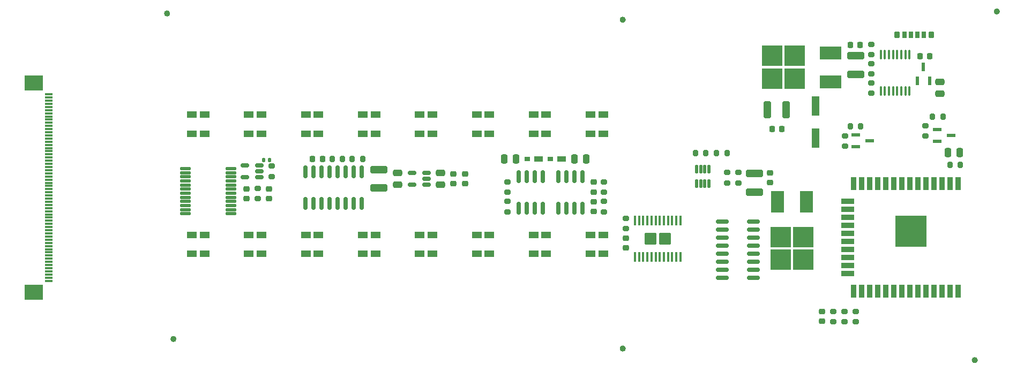
<source format=gtp>
G04 #@! TF.GenerationSoftware,KiCad,Pcbnew,(6.0.5-0)*
G04 #@! TF.CreationDate,2022-06-09T15:38:57+09:00*
G04 #@! TF.ProjectId,qLAMP-main,714c414d-502d-46d6-9169-6e2e6b696361,rev?*
G04 #@! TF.SameCoordinates,Original*
G04 #@! TF.FileFunction,Paste,Top*
G04 #@! TF.FilePolarity,Positive*
%FSLAX46Y46*%
G04 Gerber Fmt 4.6, Leading zero omitted, Abs format (unit mm)*
G04 Created by KiCad (PCBNEW (6.0.5-0)) date 2022-06-09 15:38:57*
%MOMM*%
%LPD*%
G01*
G04 APERTURE LIST*
G04 Aperture macros list*
%AMRoundRect*
0 Rectangle with rounded corners*
0 $1 Rounding radius*
0 $2 $3 $4 $5 $6 $7 $8 $9 X,Y pos of 4 corners*
0 Add a 4 corners polygon primitive as box body*
4,1,4,$2,$3,$4,$5,$6,$7,$8,$9,$2,$3,0*
0 Add four circle primitives for the rounded corners*
1,1,$1+$1,$2,$3*
1,1,$1+$1,$4,$5*
1,1,$1+$1,$6,$7*
1,1,$1+$1,$8,$9*
0 Add four rect primitives between the rounded corners*
20,1,$1+$1,$2,$3,$4,$5,0*
20,1,$1+$1,$4,$5,$6,$7,0*
20,1,$1+$1,$6,$7,$8,$9,0*
20,1,$1+$1,$8,$9,$2,$3,0*%
G04 Aperture macros list end*
%ADD10C,0.475000*%
%ADD11RoundRect,0.100000X-0.100000X0.637500X-0.100000X-0.637500X0.100000X-0.637500X0.100000X0.637500X0*%
%ADD12RoundRect,0.150000X0.512500X0.150000X-0.512500X0.150000X-0.512500X-0.150000X0.512500X-0.150000X0*%
%ADD13RoundRect,0.250000X-0.475000X0.250000X-0.475000X-0.250000X0.475000X-0.250000X0.475000X0.250000X0*%
%ADD14R,1.219200X3.098800*%
%ADD15RoundRect,0.225000X-0.250000X0.225000X-0.250000X-0.225000X0.250000X-0.225000X0.250000X0.225000X0*%
%ADD16RoundRect,0.250000X0.325000X1.100000X-0.325000X1.100000X-0.325000X-1.100000X0.325000X-1.100000X0*%
%ADD17RoundRect,0.225000X0.225000X0.250000X-0.225000X0.250000X-0.225000X-0.250000X0.225000X-0.250000X0*%
%ADD18RoundRect,0.250000X-1.100000X0.325000X-1.100000X-0.325000X1.100000X-0.325000X1.100000X0.325000X0*%
%ADD19RoundRect,0.225000X0.250000X-0.225000X0.250000X0.225000X-0.250000X0.225000X-0.250000X-0.225000X0*%
%ADD20RoundRect,0.225000X-0.225000X-0.250000X0.225000X-0.250000X0.225000X0.250000X-0.225000X0.250000X0*%
%ADD21RoundRect,0.111230X0.763770X0.111230X-0.763770X0.111230X-0.763770X-0.111230X0.763770X-0.111230X0*%
%ADD22RoundRect,0.111665X-0.111665X0.550835X-0.111665X-0.550835X0.111665X-0.550835X0.111665X0.550835X0*%
%ADD23RoundRect,0.200000X-0.275000X0.200000X-0.275000X-0.200000X0.275000X-0.200000X0.275000X0.200000X0*%
%ADD24RoundRect,0.200000X-0.200000X-0.275000X0.200000X-0.275000X0.200000X0.275000X-0.200000X0.275000X0*%
%ADD25RoundRect,0.200000X0.200000X0.275000X-0.200000X0.275000X-0.200000X-0.275000X0.200000X-0.275000X0*%
%ADD26RoundRect,0.150000X0.825000X0.150000X-0.825000X0.150000X-0.825000X-0.150000X0.825000X-0.150000X0*%
%ADD27R,1.320800X0.558800*%
%ADD28R,0.558800X1.320800*%
%ADD29RoundRect,0.250000X0.695000X-0.715000X0.695000X0.715000X-0.695000X0.715000X-0.695000X-0.715000X0*%
%ADD30RoundRect,0.100000X0.100000X-0.687500X0.100000X0.687500X-0.100000X0.687500X-0.100000X-0.687500X0*%
%ADD31RoundRect,0.250000X0.250000X0.475000X-0.250000X0.475000X-0.250000X-0.475000X0.250000X-0.475000X0*%
%ADD32RoundRect,0.250000X1.100000X-0.325000X1.100000X0.325000X-1.100000X0.325000X-1.100000X-0.325000X0*%
%ADD33R,1.600000X1.000000*%
%ADD34RoundRect,0.200000X0.275000X-0.200000X0.275000X0.200000X-0.275000X0.200000X-0.275000X-0.200000X0*%
%ADD35RoundRect,0.150000X-0.150000X0.825000X-0.150000X-0.825000X0.150000X-0.825000X0.150000X0.825000X0*%
%ADD36R,1.397000X0.889000*%
%ADD37R,0.863600X0.762000*%
%ADD38RoundRect,0.035000X0.315000X0.465000X-0.315000X0.465000X-0.315000X-0.465000X0.315000X-0.465000X0*%
%ADD39RoundRect,0.040000X0.360000X0.460000X-0.360000X0.460000X-0.360000X-0.460000X0.360000X-0.460000X0*%
%ADD40RoundRect,0.250000X0.475000X-0.250000X0.475000X0.250000X-0.475000X0.250000X-0.475000X-0.250000X0*%
%ADD41R,0.900000X2.000000*%
%ADD42R,2.000000X0.900000*%
%ADD43R,5.000000X5.000000*%
%ADD44RoundRect,0.140000X0.140000X0.170000X-0.140000X0.170000X-0.140000X-0.170000X0.140000X-0.170000X0*%
%ADD45RoundRect,0.250000X-0.250000X-0.475000X0.250000X-0.475000X0.250000X0.475000X-0.250000X0.475000X0*%
%ADD46R,3.300000X3.300000*%
%ADD47R,3.500000X2.000000*%
%ADD48R,2.000000X3.500000*%
%ADD49R,3.000000X2.400000*%
%ADD50R,1.250000X0.300000*%
G04 APERTURE END LIST*
D10*
X148473500Y-128000000D02*
G75*
G03*
X148473500Y-128000000I-237500J0D01*
G01*
X77473500Y-126500000D02*
G75*
G03*
X77473500Y-126500000I-237500J0D01*
G01*
X76473500Y-75000000D02*
G75*
G03*
X76473500Y-75000000I-237500J0D01*
G01*
X204097500Y-129840000D02*
G75*
G03*
X204097500Y-129840000I-237500J0D01*
G01*
X148473500Y-76000000D02*
G75*
G03*
X148473500Y-76000000I-237500J0D01*
G01*
X207587500Y-74695000D02*
G75*
G03*
X207587500Y-74695000I-237500J0D01*
G01*
D11*
X193553292Y-81537300D03*
X192903292Y-81537300D03*
X192253292Y-81537300D03*
X191603292Y-81537300D03*
X190953292Y-81537300D03*
X190303292Y-81537300D03*
X189653292Y-81537300D03*
X189003292Y-81537300D03*
X189003292Y-87262300D03*
X189653292Y-87262300D03*
X190303292Y-87262300D03*
X190953292Y-87262300D03*
X191603292Y-87262300D03*
X192253292Y-87262300D03*
X192903292Y-87262300D03*
X193553292Y-87262300D03*
D12*
X117237500Y-102100000D03*
X117237500Y-101150000D03*
X117237500Y-100200000D03*
X114962500Y-100200000D03*
X114962500Y-102100000D03*
D13*
X119430000Y-100200000D03*
X119430000Y-102100000D03*
D14*
X178680000Y-89627300D03*
X178680000Y-94732700D03*
D15*
X121500000Y-100375000D03*
X121500000Y-101925000D03*
D16*
X174055000Y-90250000D03*
X171105000Y-90250000D03*
D17*
X173365000Y-93260000D03*
X171815000Y-93260000D03*
D18*
X185070000Y-81655000D03*
X185070000Y-84605000D03*
D19*
X171510000Y-101785000D03*
X171510000Y-100235000D03*
D13*
X112700000Y-100200000D03*
X112700000Y-102100000D03*
D20*
X195195000Y-81780000D03*
X196745000Y-81780000D03*
D18*
X109720000Y-99675000D03*
X109720000Y-102625000D03*
D21*
X86295999Y-106695011D03*
X86295999Y-106045013D03*
X86295999Y-105395012D03*
X86295999Y-104745012D03*
X86295999Y-104095012D03*
X86295999Y-103445012D03*
X86295999Y-102795012D03*
X86295999Y-102145012D03*
X86295999Y-101495012D03*
X86295999Y-100845012D03*
X86295999Y-100195011D03*
X86295999Y-99545013D03*
X79095999Y-99545013D03*
X79095999Y-100195011D03*
X79095999Y-100845012D03*
X79095999Y-101495012D03*
X79095999Y-102145012D03*
X79095999Y-102795012D03*
X79095999Y-103445012D03*
X79095999Y-104095012D03*
X79095999Y-104745012D03*
X79095999Y-105395012D03*
X79095999Y-106045013D03*
X79095999Y-106695011D03*
D15*
X92336000Y-102725000D03*
X92336000Y-104275000D03*
X179705000Y-122161000D03*
X179705000Y-123711000D03*
D19*
X88780000Y-104275000D03*
X88780000Y-102725000D03*
D22*
X161861750Y-99600653D03*
X161211750Y-99600653D03*
X160561750Y-99600653D03*
X159911750Y-99600653D03*
X159911750Y-101875653D03*
X160561750Y-101875653D03*
X161211750Y-101875653D03*
X161861750Y-101875653D03*
D12*
X90833502Y-100910012D03*
X90833502Y-99960012D03*
X90833502Y-99010012D03*
X88558502Y-99010012D03*
X88558502Y-100910012D03*
D23*
X90558000Y-102675000D03*
X90558000Y-104325000D03*
D24*
X163061000Y-97110005D03*
X164711000Y-97110005D03*
D25*
X161381000Y-97110000D03*
X159731000Y-97110000D03*
D26*
X168886000Y-116780000D03*
X168886000Y-115510000D03*
X168886000Y-114240000D03*
X168886000Y-112970000D03*
X168886000Y-111700000D03*
X168886000Y-110430000D03*
X168886000Y-109160000D03*
X168886000Y-107890000D03*
X163936000Y-107890000D03*
X163936000Y-109160000D03*
X163936000Y-110430000D03*
X163936000Y-111700000D03*
X163936000Y-112970000D03*
X163936000Y-114240000D03*
X163936000Y-115510000D03*
X163936000Y-116780000D03*
D15*
X123300000Y-100375000D03*
X123300000Y-101925000D03*
D27*
X197927800Y-93340200D03*
X197927800Y-95219800D03*
X200112200Y-94280000D03*
X185087800Y-94180200D03*
X185087800Y-96059800D03*
X187272200Y-95120000D03*
D28*
X194820200Y-85652200D03*
X196699800Y-85652200D03*
X195760000Y-83467800D03*
D29*
X152586000Y-110630000D03*
X154926000Y-110630000D03*
D30*
X150181000Y-113492500D03*
X150831000Y-113492500D03*
X151481000Y-113492500D03*
X152131000Y-113492500D03*
X152781000Y-113492500D03*
X153431000Y-113492500D03*
X154081000Y-113492500D03*
X154731000Y-113492500D03*
X155381000Y-113492500D03*
X156031000Y-113492500D03*
X156681000Y-113492500D03*
X157331000Y-113492500D03*
X157331000Y-107767500D03*
X156681000Y-107767500D03*
X156031000Y-107767500D03*
X155381000Y-107767500D03*
X154731000Y-107767500D03*
X154081000Y-107767500D03*
X153431000Y-107767500D03*
X152781000Y-107767500D03*
X152131000Y-107767500D03*
X151481000Y-107767500D03*
X150831000Y-107767500D03*
X150181000Y-107767500D03*
D23*
X164749988Y-100175001D03*
X164749988Y-101825001D03*
D31*
X201475000Y-97020000D03*
X199575000Y-97020000D03*
D25*
X198845000Y-91305000D03*
X197195000Y-91305000D03*
X185815000Y-92860000D03*
X184165000Y-92860000D03*
D23*
X187500006Y-79896200D03*
X187500006Y-81546200D03*
X187500006Y-82944200D03*
X187500006Y-84594200D03*
X196100000Y-92745000D03*
X196100000Y-94395000D03*
X183390000Y-94365000D03*
X183390000Y-96015000D03*
X148756005Y-107394991D03*
X148756005Y-109044991D03*
D25*
X201575000Y-98940000D03*
X199925000Y-98940000D03*
D23*
X187500006Y-85992200D03*
X187500006Y-87642200D03*
D15*
X148756005Y-110515012D03*
X148756005Y-112065012D03*
D32*
X169010000Y-103295000D03*
X169010000Y-100345000D03*
D20*
X184185000Y-80010000D03*
X185735000Y-80010000D03*
D33*
X107157211Y-91002066D03*
X107157211Y-94002066D03*
D34*
X181483000Y-123761000D03*
X181483000Y-122111000D03*
D33*
X134157211Y-113001633D03*
X134157211Y-110001633D03*
D34*
X145280000Y-103284996D03*
X145280000Y-101634996D03*
D35*
X141835000Y-100825000D03*
X140565000Y-100825000D03*
X139295000Y-100825000D03*
X138025000Y-100825000D03*
X138025000Y-105775000D03*
X139295000Y-105775000D03*
X140565000Y-105775000D03*
X141835000Y-105775000D03*
D33*
X89157211Y-91002066D03*
X89157211Y-94002066D03*
D34*
X145280000Y-106365000D03*
X145280000Y-104715000D03*
D31*
X131390000Y-98040000D03*
X129490000Y-98040000D03*
D33*
X134157211Y-91002066D03*
X134157211Y-94002066D03*
D23*
X130060002Y-101634987D03*
X130060002Y-103284987D03*
D33*
X127157211Y-113001633D03*
X127157211Y-110001633D03*
X136157211Y-91002066D03*
X136157211Y-94002066D03*
X143157211Y-91002066D03*
X143157211Y-94002066D03*
X100157211Y-113001633D03*
X100157211Y-110001633D03*
D36*
X134959300Y-98040000D03*
D37*
X133194000Y-98040000D03*
D33*
X100157211Y-91002066D03*
X100157211Y-94002066D03*
D34*
X185039000Y-123761000D03*
X185039000Y-122111000D03*
D36*
X138589300Y-98040000D03*
D37*
X136824000Y-98040000D03*
D23*
X130060002Y-104714991D03*
X130060002Y-106364991D03*
D35*
X135615000Y-100855000D03*
X134345000Y-100855000D03*
X133075000Y-100855000D03*
X131805000Y-100855000D03*
X131805000Y-105805000D03*
X133075000Y-105805000D03*
X134345000Y-105805000D03*
X135615000Y-105805000D03*
D33*
X125157211Y-113001633D03*
X125157211Y-110001633D03*
X116157211Y-113001633D03*
X116157211Y-110001633D03*
D38*
X194788282Y-78419792D03*
X192788282Y-78419792D03*
D39*
X191588282Y-78419792D03*
D38*
X193788282Y-78419792D03*
X195788282Y-78419792D03*
D39*
X196988282Y-78419792D03*
D35*
X107000000Y-105045000D03*
X105730000Y-105045000D03*
X104460000Y-105045000D03*
X103190000Y-105045000D03*
X101920000Y-105045000D03*
X100650000Y-105045000D03*
X99380000Y-105045000D03*
X98110000Y-105045000D03*
X98110000Y-100095000D03*
X99380000Y-100095000D03*
X100650000Y-100095000D03*
X101920000Y-100095000D03*
X103190000Y-100095000D03*
X104460000Y-100095000D03*
X105730000Y-100095000D03*
X107000000Y-100095000D03*
D33*
X82157211Y-113001633D03*
X82157211Y-110001633D03*
X118157211Y-113001633D03*
X118157211Y-110001633D03*
X109157211Y-113001633D03*
X109157211Y-110001633D03*
D25*
X103980000Y-98020002D03*
X102330000Y-98020002D03*
D33*
X118157211Y-91002066D03*
X118157211Y-94002066D03*
X109157211Y-91002066D03*
X109157211Y-94002066D03*
X80157211Y-91002066D03*
X80157211Y-94002066D03*
X98157211Y-113001633D03*
X98157211Y-110001633D03*
D40*
X198308292Y-87719800D03*
X198308292Y-85819800D03*
D41*
X201261000Y-101920000D03*
X199991000Y-101920000D03*
X198721000Y-101920000D03*
X197451000Y-101920000D03*
X196181000Y-101920000D03*
X194911000Y-101920000D03*
X193641000Y-101920000D03*
X192371000Y-101920000D03*
X191101000Y-101920000D03*
X189831000Y-101920000D03*
X188561000Y-101920000D03*
X187291000Y-101920000D03*
X186021000Y-101920000D03*
X184751000Y-101920000D03*
D42*
X183751000Y-104705000D03*
X183751000Y-105975000D03*
X183751000Y-107245000D03*
X183751000Y-108515000D03*
X183751000Y-109785000D03*
X183751000Y-111055000D03*
X183751000Y-112325000D03*
X183751000Y-113595000D03*
X183751000Y-114865000D03*
X183751000Y-116135000D03*
D41*
X184751000Y-118920000D03*
X186021000Y-118920000D03*
X187291000Y-118920000D03*
X188561000Y-118920000D03*
X189831000Y-118920000D03*
X191101000Y-118920000D03*
X192371000Y-118920000D03*
X193641000Y-118920000D03*
X194911000Y-118920000D03*
X196181000Y-118920000D03*
X197451000Y-118920000D03*
X198721000Y-118920000D03*
X199991000Y-118920000D03*
X201261000Y-118920000D03*
D43*
X193761000Y-109420000D03*
D33*
X80157211Y-113001633D03*
X80157211Y-110001633D03*
D15*
X143610013Y-101684987D03*
X143610013Y-103234987D03*
D34*
X166527988Y-101825001D03*
X166527988Y-100175001D03*
D33*
X91157211Y-113001633D03*
X91157211Y-110001633D03*
X127157211Y-91002066D03*
X127157211Y-94002066D03*
D44*
X92470000Y-98180000D03*
X91510000Y-98180000D03*
D33*
X89157211Y-113001633D03*
X89157211Y-110001633D03*
D45*
X140600000Y-98040000D03*
X142500000Y-98040000D03*
D33*
X125157211Y-91002066D03*
X125157211Y-94002066D03*
D17*
X100785000Y-98020002D03*
X99235000Y-98020002D03*
D19*
X143610001Y-106315000D03*
X143610001Y-104765000D03*
D33*
X145157211Y-113001633D03*
X145157211Y-110001633D03*
D23*
X92776006Y-99135012D03*
X92776006Y-100785012D03*
D34*
X183261000Y-123761000D03*
X183261000Y-122111000D03*
D46*
X175420000Y-81710000D03*
X171870000Y-81710000D03*
X175420000Y-85310000D03*
X171870000Y-85310000D03*
D47*
X181045000Y-85810000D03*
X181045000Y-81230000D03*
D33*
X116157211Y-91002066D03*
X116157211Y-94002066D03*
D25*
X107125000Y-98020002D03*
X105475000Y-98020002D03*
D46*
X176790000Y-110420000D03*
X176790000Y-113970000D03*
X173190000Y-110420000D03*
X173190000Y-113970000D03*
D48*
X177290000Y-104795000D03*
X172710000Y-104795000D03*
D33*
X91157211Y-91002066D03*
X91157211Y-94002066D03*
X145157211Y-91002066D03*
X145157211Y-94002066D03*
X82157211Y-91002066D03*
X82157211Y-94002066D03*
X107157211Y-113001633D03*
X107157211Y-110001633D03*
X98157211Y-91002066D03*
X98157211Y-94002066D03*
X143157211Y-113001633D03*
X143157211Y-110001633D03*
X136157211Y-113001633D03*
X136157211Y-110001633D03*
D49*
X55195002Y-119089995D03*
X55195002Y-85989995D03*
D50*
X57520002Y-117289995D03*
X57520002Y-116789995D03*
X57520002Y-116289995D03*
X57520002Y-115789995D03*
X57520002Y-115289995D03*
X57520002Y-114789995D03*
X57520002Y-114289995D03*
X57520002Y-113789995D03*
X57520002Y-113289995D03*
X57520002Y-112789995D03*
X57520002Y-112289995D03*
X57520002Y-111789995D03*
X57520002Y-111289995D03*
X57520002Y-110789995D03*
X57520002Y-110289995D03*
X57520002Y-109789995D03*
X57520002Y-109289995D03*
X57520002Y-108789995D03*
X57520002Y-108289995D03*
X57520002Y-107789995D03*
X57520002Y-107289995D03*
X57520002Y-106789995D03*
X57520002Y-106289995D03*
X57520002Y-105789995D03*
X57520002Y-105289995D03*
X57520002Y-104789995D03*
X57520002Y-104289995D03*
X57520002Y-103789995D03*
X57520002Y-103289995D03*
X57520002Y-102789995D03*
X57520002Y-102289995D03*
X57520002Y-101789995D03*
X57520002Y-101289995D03*
X57520002Y-100789995D03*
X57520002Y-100289995D03*
X57520002Y-99789995D03*
X57520002Y-99289995D03*
X57520002Y-98789995D03*
X57520002Y-98289995D03*
X57520002Y-97789995D03*
X57520002Y-97289995D03*
X57520002Y-96789995D03*
X57520002Y-96289995D03*
X57520002Y-95789995D03*
X57520002Y-95289995D03*
X57520002Y-94789995D03*
X57520002Y-94289995D03*
X57520002Y-93789995D03*
X57520002Y-93289995D03*
X57520002Y-92789995D03*
X57520002Y-92289995D03*
X57520002Y-91789995D03*
X57520002Y-91289995D03*
X57520002Y-90789995D03*
X57520002Y-90289995D03*
X57520002Y-89789995D03*
X57520002Y-89289995D03*
X57520002Y-88789995D03*
X57520002Y-88289995D03*
X57520002Y-87789995D03*
M02*

</source>
